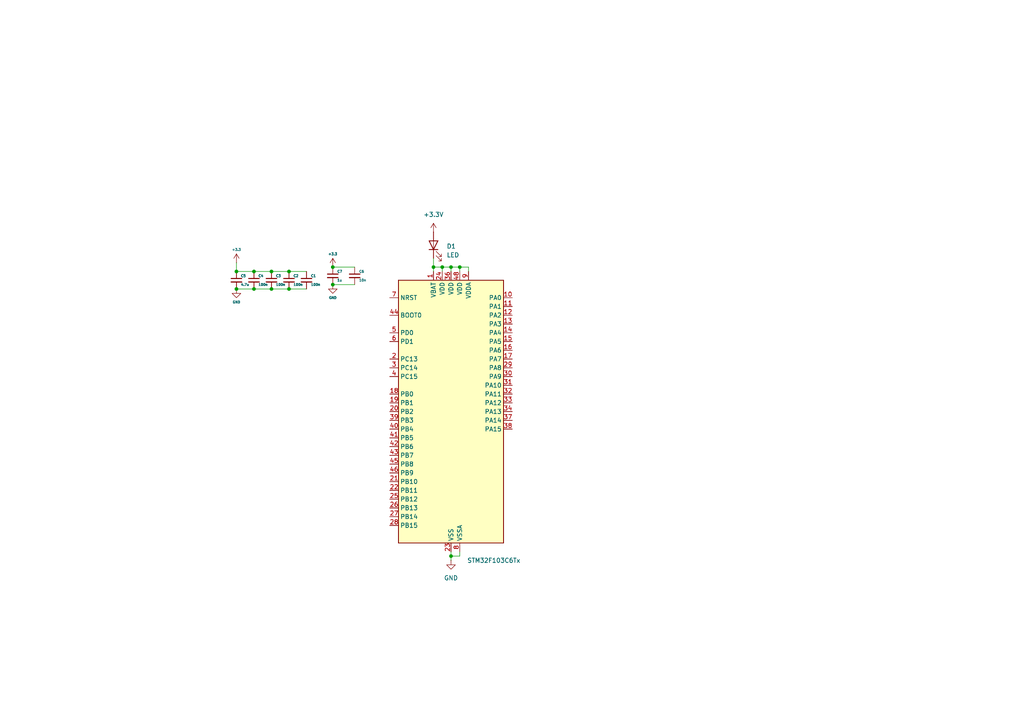
<source format=kicad_sch>
(kicad_sch (version 20250114) (generator "eeschema") (generator_version "9.0")
  (paper "A4")
  (lib_symbols
    (symbol "Device:C_Small" (pin_numbers (hide yes)) (pin_names (offset 0.254) (hide yes))
      (property "Reference" "C" (at 0.254 1.778 0))
      (property "Value" "C_Small" (at 0.254 -2.032 0))
      (symbol "C_Small_0_1"
        (polyline (pts (xy -1.524 0.508) (xy 1.524 0.508)) (stroke (width 0.3048)))
        (polyline (pts (xy -1.524 -0.508) (xy 1.524 -0.508)) (stroke (width 0.3302)))
      )
      (symbol "C_Small_1_1"
        (pin passive line (at 0 2.54 270) (length 2.032) (name "~") (number "1"))
        (pin passive line (at 0 -2.54 90) (length 2.032) (name "~") (number "2"))
      )
    )
    (symbol "Device:LED" (pin_numbers (hide yes)) (pin_names (offset 1.016) (hide yes))
      (property "Reference" "D" (at 0 2.54 0))
      (property "Value" "LED" (at 0 -2.54 0))
      (symbol "LED_0_1"
        (polyline (pts (xy -3.048 -0.762) (xy -4.572 -2.286) (xy -3.81 -2.286) (xy -4.572 -2.286) (xy -4.572 -1.524)))
        (polyline (pts (xy -1.778 -0.762) (xy -3.302 -2.286) (xy -2.54 -2.286) (xy -3.302 -2.286) (xy -3.302 -1.524)))
        (polyline (pts (xy -1.27 0) (xy 1.27 0)))
        (polyline (pts (xy -1.27 -1.27) (xy -1.27 1.27)) (stroke (width 0.254)))
        (polyline (pts (xy 1.27 -1.27) (xy 1.27 1.27) (xy -1.27 0) (xy 1.27 -1.27)) (stroke (width 0.254)))
      )
      (symbol "LED_1_1"
        (pin passive line (at -3.81 0 0) (length 2.54) (name "K") (number "1"))
        (pin passive line (at 3.81 0 180) (length 2.54) (name "A") (number "2"))
      )
    )
    (symbol "MCU_ST_STM32F1:STM32F103C6Tx"
      (property "Reference" "U" (at -15.24 39.37 0))
      (property "Value" "STM32F103C6Tx" (at 7.62 39.37 0))
      (symbol "STM32F103C6Tx_0_1"
        (rectangle (start -15.24 -38.1) (end 15.24 38.1) (stroke (width 0.254)) (fill (type background)))
      )
      (symbol "STM32F103C6Tx_1_1"
        (pin input line (at -17.78 33.02 0) (length 2.54) (name "NRST") (number "7"))
        (pin input line (at -17.78 27.94 0) (length 2.54) (name "BOOT0") (number "44"))
        (pin bidirectional line (at -17.78 22.86 0) (length 2.54) (name "PD0") (number "5"))
        (pin bidirectional line (at -17.78 20.32 0) (length 2.54) (name "PD1") (number "6"))
        (pin bidirectional line (at -17.78 15.24 0) (length 2.54) (name "PC13") (number "2"))
        (pin bidirectional line (at -17.78 12.7 0) (length 2.54) (name "PC14") (number "3"))
        (pin bidirectional line (at -17.78 10.16 0) (length 2.54) (name "PC15") (number "4"))
        (pin bidirectional line (at -17.78 5.08 0) (length 2.54) (name "PB0") (number "18"))
        (pin bidirectional line (at -17.78 2.54 0) (length 2.54) (name "PB1") (number "19"))
        (pin bidirectional line (at -17.78 0 0) (length 2.54) (name "PB2") (number "20"))
        (pin bidirectional line (at -17.78 -2.54 0) (length 2.54) (name "PB3") (number "39"))
        (pin bidirectional line (at -17.78 -5.08 0) (length 2.54) (name "PB4") (number "40"))
        (pin bidirectional line (at -17.78 -7.62 0) (length 2.54) (name "PB5") (number "41"))
        (pin bidirectional line (at -17.78 -10.16 0) (length 2.54) (name "PB6") (number "42"))
        (pin bidirectional line (at -17.78 -12.7 0) (length 2.54) (name "PB7") (number "43"))
        (pin bidirectional line (at -17.78 -15.24 0) (length 2.54) (name "PB8") (number "45"))
        (pin bidirectional line (at -17.78 -17.78 0) (length 2.54) (name "PB9") (number "46"))
        (pin bidirectional line (at -17.78 -20.32 0) (length 2.54) (name "PB10") (number "21"))
        (pin bidirectional line (at -17.78 -22.86 0) (length 2.54) (name "PB11") (number "22"))
        (pin bidirectional line (at -17.78 -25.4 0) (length 2.54) (name "PB12") (number "25"))
        (pin bidirectional line (at -17.78 -27.94 0) (length 2.54) (name "PB13") (number "26"))
        (pin bidirectional line (at -17.78 -30.48 0) (length 2.54) (name "PB14") (number "27"))
        (pin bidirectional line (at -17.78 -33.02 0) (length 2.54) (name "PB15") (number "28"))
        (pin power_in line (at -5.08 40.64 270) (length 2.54) (name "VBAT") (number "1"))
        (pin power_in line (at -2.54 40.64 270) (length 2.54) (name "VDD") (number "24"))
        (pin power_in line (at 0 40.64 270) (length 2.54) (name "VDD") (number "36"))
        (pin power_in line (at 0 -40.64 90) (length 2.54) (name "VSS") (number "23"))
        (pin passive line (at 0 -40.64 90) (length 2.54) (hide yes) (name "VSS") (number "35"))
        (pin passive line (at 0 -40.64 90) (length 2.54) (hide yes) (name "VSS") (number "47"))
        (pin power_in line (at 2.54 40.64 270) (length 2.54) (name "VDD") (number "48"))
        (pin power_in line (at 2.54 -40.64 90) (length 2.54) (name "VSSA") (number "8"))
        (pin power_in line (at 5.08 40.64 270) (length 2.54) (name "VDDA") (number "9"))
        (pin bidirectional line (at 17.78 33.02 180) (length 2.54) (name "PA0") (number "10"))
        (pin bidirectional line (at 17.78 30.48 180) (length 2.54) (name "PA1") (number "11"))
        (pin bidirectional line (at 17.78 27.94 180) (length 2.54) (name "PA2") (number "12"))
        (pin bidirectional line (at 17.78 25.4 180) (length 2.54) (name "PA3") (number "13"))
        (pin bidirectional line (at 17.78 22.86 180) (length 2.54) (name "PA4") (number "14"))
        (pin bidirectional line (at 17.78 20.32 180) (length 2.54) (name "PA5") (number "15"))
        (pin bidirectional line (at 17.78 17.78 180) (length 2.54) (name "PA6") (number "16"))
        (pin bidirectional line (at 17.78 15.24 180) (length 2.54) (name "PA7") (number "17"))
        (pin bidirectional line (at 17.78 12.7 180) (length 2.54) (name "PA8") (number "29"))
        (pin bidirectional line (at 17.78 10.16 180) (length 2.54) (name "PA9") (number "30"))
        (pin bidirectional line (at 17.78 7.62 180) (length 2.54) (name "PA10") (number "31"))
        (pin bidirectional line (at 17.78 5.08 180) (length 2.54) (name "PA11") (number "32"))
        (pin bidirectional line (at 17.78 2.54 180) (length 2.54) (name "PA12") (number "33"))
        (pin bidirectional line (at 17.78 0 180) (length 2.54) (name "PA13") (number "34"))
        (pin bidirectional line (at 17.78 -2.54 180) (length 2.54) (name "PA14") (number "37"))
        (pin bidirectional line (at 17.78 -5.08 180) (length 2.54) (name "PA15") (number "38"))
      )
    )
    (symbol "power:+3.3V" (power) (pin_numbers (hide yes)) (pin_names (offset 0) (hide yes))
      (property "Value" "+3.3V" (at 0 3.556 0))
      (symbol "+3.3V_0_1"
        (polyline (pts (xy -0.762 1.27) (xy 0 2.54)))
        (polyline (pts (xy 0 2.54) (xy 0.762 1.27)))
        (polyline (pts (xy 0 0) (xy 0 2.54)))
      )
      (symbol "+3.3V_1_1"
        (pin power_in line (at 0 0 90) (length 0) (name "~") (number "1"))
      )
    )
    (symbol "power:GND" (power) (pin_numbers (hide yes)) (pin_names (offset 0) (hide yes))
      (property "Value" "GND" (at 0 -3.81 0))
      (symbol "GND_0_1"
        (polyline (pts (xy 0 0) (xy 0 -1.27) (xy 1.27 -1.27) (xy 0 -2.54) (xy -1.27 -1.27) (xy 0 -1.27)))
      )
      (symbol "GND_1_1"
        (pin power_in line (at 0 0 270) (length 0) (name "~") (number "1"))
      )
    )
  )
  (junction (at 128.27 77.47))
  (junction (at 83.82 78.74))
  (junction (at 78.74 83.82))
  (junction (at 83.82 83.82))
  (junction (at 130.81 161.29))
  (junction (at 78.74 78.74))
  (junction (at 68.58 78.74))
  (junction (at 73.66 83.82))
  (junction (at 96.52 77.47))
  (junction (at 68.58 83.82))
  (junction (at 133.35 77.47))
  (junction (at 130.81 77.47))
  (junction (at 96.52 82.55))
  (junction (at 125.73 77.47))
  (junction (at 73.66 78.74))
  (wire (pts (xy 83.82 78.74) (xy 88.9 78.74)))
  (wire (pts (xy 73.66 83.82) (xy 78.74 83.82)))
  (wire (pts (xy 68.58 76.2) (xy 68.58 78.74)))
  (wire (pts (xy 125.73 77.47) (xy 128.27 77.47)))
  (wire (pts (xy 78.74 83.82) (xy 83.82 83.82)))
  (wire (pts (xy 68.58 83.82) (xy 73.66 83.82)))
  (wire (pts (xy 130.81 161.29) (xy 130.81 160.02)))
  (wire (pts (xy 78.74 78.74) (xy 83.82 78.74)))
  (wire (pts (xy 130.81 162.56) (xy 130.81 161.29)))
  (wire (pts (xy 133.35 77.47) (xy 135.89 77.47)))
  (wire (pts (xy 135.89 77.47) (xy 135.89 78.74)))
  (wire (pts (xy 83.82 83.82) (xy 88.9 83.82)))
  (wire (pts (xy 133.35 161.29) (xy 133.35 160.02)))
  (wire (pts (xy 130.81 77.47) (xy 130.81 78.74)))
  (wire (pts (xy 68.58 78.74) (xy 73.66 78.74)))
  (wire (pts (xy 130.81 161.29) (xy 133.35 161.29)))
  (wire (pts (xy 128.27 77.47) (xy 130.81 77.47)))
  (wire (pts (xy 73.66 78.74) (xy 78.74 78.74)))
  (wire (pts (xy 130.81 77.47) (xy 133.35 77.47)))
  (wire (pts (xy 125.73 77.47) (xy 125.73 78.74)))
  (wire (pts (xy 133.35 77.47) (xy 133.35 78.74)))
  (wire (pts (xy 125.73 74.93) (xy 125.73 77.47)))
  (wire (pts (xy 96.52 82.55) (xy 102.87 82.55)))
  (wire (pts (xy 128.27 77.47) (xy 128.27 78.74)))
  (wire (pts (xy 96.52 77.47) (xy 102.87 77.47)))
  (symbol (lib_id "Device:C_Small") (at 88.9 81.28 0) (unit 1)
    (property "Reference" "C1" (at 90.17 80.01 0) (effects (font (size 0.7 0.7)) (justify left)))
    (property "Value" "100n" (at 90.17 82.55 0) (effects (font (size 0.7 0.7)) (justify left)))
    (property "Description" "Unpolarized capacitor, small symbol" (effects (hide yes)))
  )
  (symbol (lib_id "Device:C_Small") (at 78.74 81.28 0) (unit 1)
    (property "Reference" "C3" (at 80.01 80.01 0) (effects (font (size 0.7 0.7)) (justify left)))
    (property "Value" "100n" (at 80.01 82.55 0) (effects (font (size 0.7 0.7)) (justify left)))
    (property "Description" "Unpolarized capacitor, small symbol" (effects (hide yes)))
  )
  (symbol (lib_id "MCU_ST_STM32F1:STM32F103C6Tx") (at 130.81 119.38 0) (unit 1)
    (property "Reference" "U2" (effects (hide yes)))
    (property "Value" "STM32F103C6Tx" (at 135.4933 162.56 0) (effects (justify left)))
    (property "Footprint" "Package_QFP:LQFP-48_7x7mm_P0.5mm" (effects (hide yes)))
    (property "Datasheet" "https://www.st.com/resource/en/datasheet/stm32f103c6.pdf" (effects (hide yes)))
    (property "Description" "STMicroelectronics Arm Cortex-M3 MCU, 32KB flash, 10KB RAM, 72 MHz, 2.0-3.6V, 37 GPIO, LQFP48" (effects (hide yes)))
  )
  (symbol (lib_id "Device:C_Small") (at 68.58 81.28 0) (unit 1)
    (property "Reference" "C5" (at 69.85 80.01 0) (effects (font (size 0.7 0.7)) (justify left)))
    (property "Value" "4.7u" (at 69.85 82.55 0) (effects (font (size 0.7 0.7)) (justify left)))
    (property "Description" "Unpolarized capacitor, small symbol" (effects (hide yes)))
  )
  (symbol (lib_id "Device:C_Small") (at 83.82 81.28 0) (unit 1)
    (property "Reference" "C2" (at 85.09 80.01 0) (effects (font (size 0.7 0.7)) (justify left)))
    (property "Value" "100n" (at 85.09 82.55 0) (effects (font (size 0.7 0.7)) (justify left)))
    (property "Description" "Unpolarized capacitor, small symbol" (effects (hide yes)))
  )
  (symbol (lib_id "power:+3.3V") (at 96.52 77.47 0) (unit 1)
    (property "Reference" "#PWR05" (effects (hide yes)))
    (property "Value" "+3.3" (at 96.52 73.66 0) (effects (font (size 0.7 0.7))))
    (property "Description" "Power symbol creates a global label with name \"+3.3V\"" (effects (hide yes)))
  )
  (symbol (lib_id "Device:C_Small") (at 73.66 81.28 0) (unit 1)
    (property "Reference" "C4" (at 74.93 80.01 0) (effects (font (size 0.7 0.7)) (justify left)))
    (property "Value" "100n" (at 74.93 82.55 0) (effects (font (size 0.7 0.7)) (justify left)))
    (property "Description" "Unpolarized capacitor, small symbol" (effects (hide yes)))
  )
  (symbol (lib_id "power:+3.3V") (at 125.73 67.31 0) (unit 1)
    (property "Reference" "#PWR01" (effects (hide yes)))
    (property "Value" "+3.3V" (at 125.73 62.23 0))
    (property "Description" "Power symbol creates a global label with name \"+3.3V\"" (effects (hide yes)))
  )
  (symbol (lib_id "power:GND") (at 68.58 83.82 0) (unit 1)
    (property "Reference" "#PWR03" (effects (hide yes)))
    (property "Value" "GND" (at 68.58 87.63 0) (effects (font (size 0.7 0.7))))
    (property "Description" "Power symbol creates a global label with name \"GND\" , ground" (effects (hide yes)))
  )
  (symbol (lib_id "power:+3.3V") (at 68.58 76.2 0) (unit 1)
    (property "Reference" "#PWR02" (effects (hide yes)))
    (property "Value" "+3.3" (at 68.58 72.39 0) (effects (font (size 0.7 0.7))))
    (property "Description" "Power symbol creates a global label with name \"+3.3V\"" (effects (hide yes)))
  )
  (symbol (lib_id "Device:LED") (at 125.73 71.12 90) (unit 1)
    (property "Reference" "D1" (at 129.54 71.4374 90) (effects (justify right)))
    (property "Value" "LED" (at 129.54 73.9774 90) (effects (justify right)))
    (property "Description" "Light emitting diode" (effects (hide yes)))
    (property "Sim.Pins" "1=K 2=A" (effects (hide yes)))
  )
  (symbol (lib_id "Device:C_Small") (at 102.87 80.01 0) (unit 1)
    (property "Reference" "C6" (at 104.14 78.74 0) (effects (font (size 0.7 0.7)) (justify left)))
    (property "Value" "10n" (at 104.14 81.28 0) (effects (font (size 0.7 0.7)) (justify left)))
    (property "Description" "Unpolarized capacitor, small symbol" (effects (hide yes)))
  )
  (symbol (lib_id "Device:C_Small") (at 96.52 80.01 0) (unit 1)
    (property "Reference" "C7" (at 97.79 78.74 0) (effects (font (size 0.7 0.7)) (justify left)))
    (property "Value" "1u" (at 97.79 81.28 0) (effects (font (size 0.7 0.7)) (justify left)))
    (property "Description" "Unpolarized capacitor, small symbol" (effects (hide yes)))
  )
  (symbol (lib_id "power:GND") (at 130.81 162.56 0) (unit 1)
    (property "Reference" "#PWR04" (effects (hide yes)))
    (property "Value" "GND" (at 130.81 167.64 0))
    (property "Description" "Power symbol creates a global label with name \"GND\" , ground" (effects (hide yes)))
  )
  (symbol (lib_id "power:GND") (at 96.52 82.55 0) (unit 1)
    (property "Reference" "#PWR06" (effects (hide yes)))
    (property "Value" "GND" (at 96.52 86.36 0) (effects (font (size 0.7 0.7))))
    (property "Description" "Power symbol creates a global label with name \"GND\" , ground" (effects (hide yes)))
  )
)
</source>
